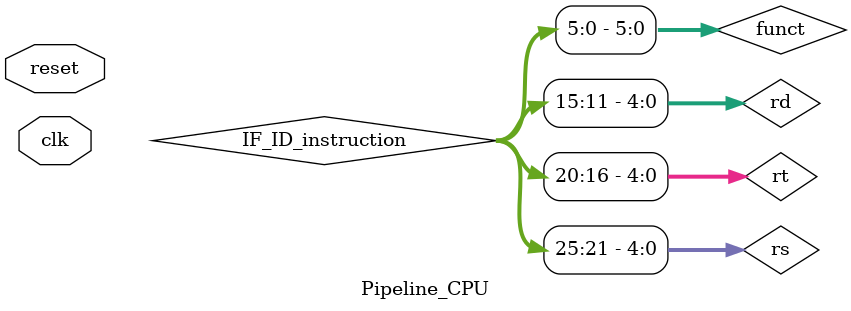
<source format=sv>
`timescale 1ns/1ps
module PC(
    input clk,
    input reset,
    input [31:0] PC_next,
    output reg [31:0] PC_out
);
always @(posedge clk) begin
    if(reset)
        PC_out <= 0;
    else
        PC_out <= PC_next;
end
endmodule
// PC + 4
module PC_Adder(
    input [31:0] PC_in,
    output [31:0] PC_next
);assign PC_next = PC_in + 4;
endmodule
// Instruction Memory
module InstructionMemory(
    input [31:0] address,
    output [31:0] instruction
);
reg [31:0] memory [0:15];
integer i;
initial begin
memory[0] = 32'h00221820; // ADD R3,R1,R2
memory[1] = 32'h00222022; // SUB R4,R1,R2
memory[2] = 32'h00222824; // AND R5,R1,R2
memory[3] = 32'h00223025; // OR  R6,R1,R2
for(i=4;i<16;i=i+1)
memory[i]=32'h00221820;
end
assign instruction = memory[address[31:2]];
endmodule
// IF ID Register
module IF_ID(
    input clk,
    input reset,
    input [31:0] instruction_in,
    input [31:0] pc_in,
    output reg [31:0] instruction_out,
    output reg [31:0] pc_out
);
always @(posedge clk) begin
    if(reset) begin
        instruction_out <= 0;
        pc_out <= 0;
    end
    else begin
        instruction_out <= instruction_in;
        pc_out <= pc_in;
    end
end
endmodule
// Register File
module RegisterFile(
    input clk,
    input RegWrite,
    input [4:0] ReadReg1,
    input [4:0] ReadReg2,
    input [4:0] WriteReg,
    input [31:0] WriteData,
    output [31:0] ReadData1,
    output [31:0] ReadData2
);
reg [31:0] registers [0:31];
integer i;
initial begin
for(i=0;i<32;i=i+1)
registers[i]=i;
end
assign ReadData1 = registers[ReadReg1];
assign ReadData2 = registers[ReadReg2];
always @(posedge clk)
if(RegWrite)
registers[WriteReg] <= WriteData;
endmodule
// ID EX Register
module ID_EX(
    input clk,
    input reset,
    input [31:0] ReadData1_in,
    input [31:0] ReadData2_in,
    input [4:0] rd_in,
    input [5:0] funct_in,
    output reg [31:0] ReadData1_out,
    output reg [31:0] ReadData2_out,
    output reg [4:0] rd_out,
    output reg [5:0] funct_out
);
always @(posedge clk) begin
    if(reset) begin
        ReadData1_out <= 0;
        ReadData2_out <= 0;
        rd_out <= 0;
        funct_out <= 0;
    end
    else begin
        ReadData1_out <= ReadData1_in;
        ReadData2_out <= ReadData2_in;
        rd_out <= rd_in;
        funct_out <= funct_in;
    end
end
endmodule
// ALU
module ALU(
    input [31:0] A,
    input [31:0] B,
    input [5:0] funct,
    output reg [31:0] Result
);
always @(*) begin
case(funct)
6'b100000: Result = A + B;
6'b100010: Result = A - B;
6'b100100: Result = A & B;
6'b100101: Result = A | B;
default: Result = 0;
 endcase

end
endmodule
// EX MEM Register
module EX_MEM(
    input clk,
    input reset,
    input [31:0] ALUResult_in,
    input [4:0] rd_in,
    output reg [31:0] ALUResult_out,
    output reg [4:0] rd_out
);
always @(posedge clk) begin
    if(reset) begin
        ALUResult_out <= 0;
        rd_out <= 0;
    end
    else begin
        ALUResult_out <= ALUResult_in;
        rd_out <= rd_in;
    end
end

endmodule
// Data Memory
module DataMemory(
    input clk,
    input MemWrite,
    input MemRead,
    input [31:0] address,
    input [31:0] WriteData,
    output [31:0] ReadData
);
reg [31:0] memory [0:31];
integer i;
initial begin
for(i=0;i<32;i=i+1)
memory[i]=i*10;
end
assign ReadData = (MemRead) ? memory[address[31:2]] : 0;
always @(posedge clk)
if(MemWrite)
memory[address[31:2]] <= WriteData;
endmodule
// MEM WB Register
module MEM_WB(
    input clk,
    input reset,
    input [31:0] ALUResult_in,
    input [4:0] rd_in,
    output reg [31:0] ALUResult_out,
    output reg [4:0] rd_out
);
always @(posedge clk) begin
    if(reset) begin
        ALUResult_out <= 0;
        rd_out <= 0;
    end
    else begin
        ALUResult_out <= ALUResult_in;
        rd_out <= rd_in;
    end
end
endmodule
// Top Module
module Pipeline_CPU(
    input clk,
    input reset
);
wire [31:0] PC;
wire [31:0] PC_next;
wire [31:0] instruction;
wire [31:0] IF_ID_instruction;
wire [31:0] IF_ID_pc;
PC pc(
.clk(clk),
.reset(reset),
.PC_next(PC_next),
.PC_out(PC)
);
PC_Adder adder(
.PC_in(PC),
.PC_next(PC_next)
);
InstructionMemory imem(
.address(PC),
.instruction(instruction)
);

IF_ID ifid(
.clk(clk),
.reset(reset),
.instruction_in(instruction),
.pc_in(PC),
.instruction_out(IF_ID_instruction),
.pc_out(IF_ID_pc)
);

// Decode
wire [4:0] rs,rt,rd;
wire [5:0] funct;
assign rs = IF_ID_instruction[25:21];
assign rt = IF_ID_instruction[20:16];
assign rd = IF_ID_instruction[15:11];
assign funct = IF_ID_instruction[5:0];
wire [31:0] ReadData1;
wire [31:0] ReadData2;
wire [31:0] MEM_WB_Result;
wire [4:0] MEM_WB_rd;
RegisterFile rf(
.clk(clk),
.RegWrite(1),
.ReadReg1(rs),
.ReadReg2(rt),
.WriteReg(MEM_WB_rd),
.WriteData(MEM_WB_Result),
.ReadData1(ReadData1),
.ReadData2(ReadData2)
);

// ID EX
wire [31:0] ID_EX_ReadData1;
wire [31:0] ID_EX_ReadData2;
wire [4:0] ID_EX_rd;
wire [5:0] ID_EX_funct;
ID_EX idex(
.clk(clk),
.reset(reset),
.ReadData1_in(ReadData1),
.ReadData2_in(ReadData2),
.rd_in(rd),
.funct_in(funct),
.ReadData1_out(ID_EX_ReadData1),
.ReadData2_out(ID_EX_ReadData2),
.rd_out(ID_EX_rd),
.funct_out(ID_EX_funct)
);

 // Execute
wire [31:0] ALUResult;
ALU alu(
.A(ID_EX_ReadData1),
.B(ID_EX_ReadData2),
.funct(ID_EX_funct),
.Result(ALUResult)
);

 // EX MEM
wire [31:0] EX_MEM_Result;
wire [4:0] EX_MEM_rd;
EX_MEM exmem(
.clk(clk),
.reset(reset),
.ALUResult_in(ALUResult),
.rd_in(ID_EX_rd),
.ALUResult_out(EX_MEM_Result),
.rd_out(EX_MEM_rd)
);

// MEM
wire [31:0] MemoryData;
DataMemory dmem(
.clk(clk),
.MemWrite(0),
.MemRead(1),
.address(EX_MEM_Result),
.WriteData(0),
.ReadData(MemoryData)
);

// MEM WB
MEM_WB memwb(
.clk(clk),
.reset(reset),
.ALUResult_in(EX_MEM_Result),
.rd_in(EX_MEM_rd),
.ALUResult_out(MEM_WB_Result),
.rd_out(MEM_WB_rd)
);

endmodule

</source>
